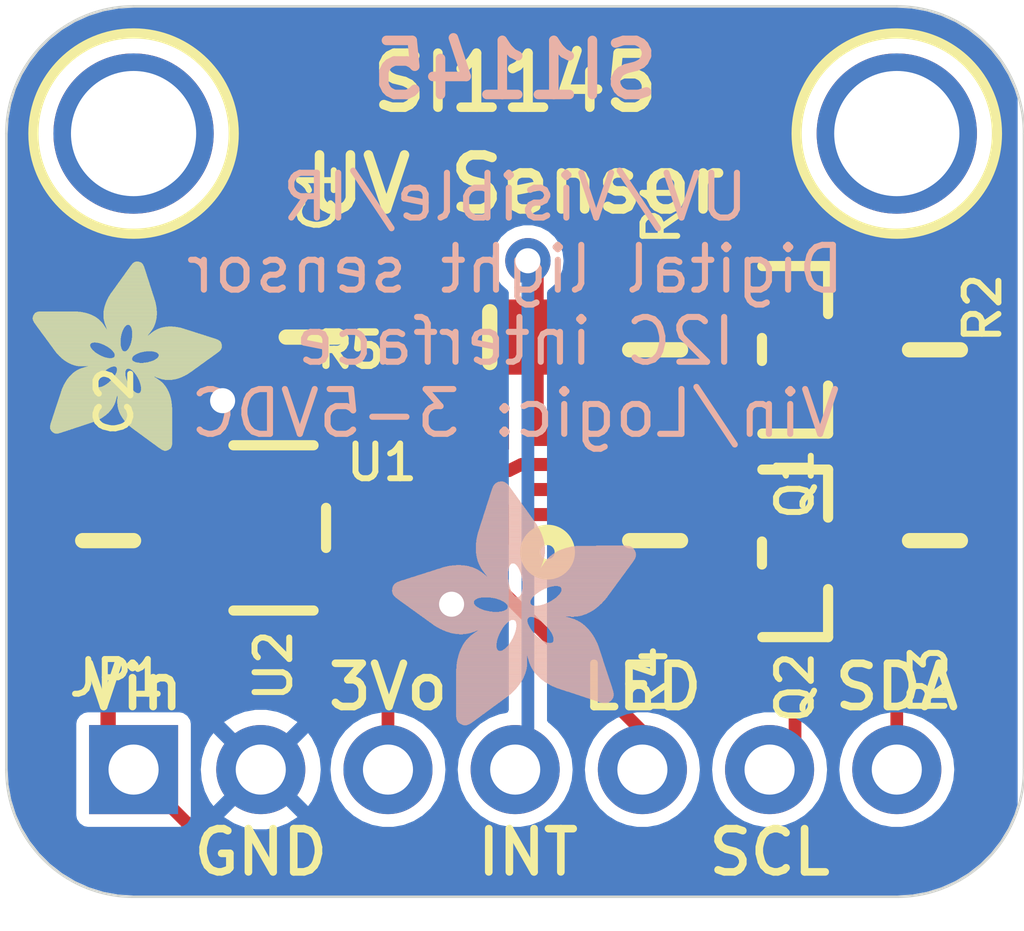
<source format=kicad_pcb>
(kicad_pcb (version 20221018) (generator pcbnew)
  (layers (0 "F.Cu" signal) (31 "B.Cu" signal) (34 "B.Paste" user) (35 "F.Paste" user) (36 "B.SilkS" user "B.Silkscreen") (37 "F.SilkS" user "F.Silkscreen") (38 "B.Mask" user) (39 "F.Mask" user) (44 "Edge.Cuts" user))
  (net 0 "")
  (net 1 "GND")
  (net 2 "SDA_3.3V")
  (net 3 "SCL_3.3V")
  (net 4 "SDA")
  (net 5 "SCL")
  (net 6 "+3V3")
  (net 7 "VIN")
  (net 8 "LED")
  (net 9 "INT")
  (footprint "working:0805-NO" (layer "F.Cu") (at 151.2951 106.7816 -90)
    (fp_text reference "R4" (at 2.032 0.127 90) (layer "F.SilkS") (effects (font (size 0.692831 0.692831) (thickness 0.119969)) (justify right)))
    (fp_text value "10K")
    (pad "1" smd rect (at -0.95 0 270) (size 1.3 1.5) (layers "F.Cu" "F.Paste" "F.Mask") (net 6 "+3V3"))
    (pad "2" smd rect (at 0.95 0 270) (size 1.3 1.5) (layers "F.Cu" "F.Paste" "F.Mask") (net 2 "SDA_3.3V"))
  )
  (footprint "working:MOUNTINGHOLE_2.5_PLATED" (layer "F.Cu") (at 156.1211 98.6536)
    (fp_text reference "U$6" hide)
    (fp_text value "MOUNTINGHOLE2.5" hide)
    (pad "P$1" thru_hole circle (at 0 0) (size 3.2 3.2) (drill 2.5) (layers "*.Cu" "*.Mask"))
    (zone (net 0) (net_name "") (layer "B.Cu") (connect_pads (clearance 0)) (min_thickness 0.25)
      (keepout (tracks not_allowed) (vias not_allowed) (pads not_allowed) (copperpour not_allowed) (footprints allowed))
      (fill (thermal_gap 0.5) (thermal_bridge_width 0.5))
      (polygon (pts (xy 158.1371 98.6536) (xy 158.11748 98.373027) (xy 158.059004 98.097915) (xy 157.962808 97.833619) (xy 157.830765 97.585283) (xy 157.665446 97.35774) (xy 157.470067 97.15542) (xy 157.248433 96.98226) (xy 157.004856 96.841631) (xy 156.744078 96.73627) (xy 156.471175 96.668228) (xy 156.191457 96.638828) (xy 155.910371 96.648644) (xy 155.633385 96.697484) (xy 155.365893 96.784397) (xy 155.1131 96.907693) (xy 154.879926 97.06497) (xy 154.670911 97.253169) (xy 154.490122 97.468625) (xy 154.341078 97.707145) (xy 154.22668 97.964087) (xy 154.149154 98.23445) (xy 154.110011 98.512971) (xy 154.110011 98.794229) (xy 154.149154 99.07275) (xy 154.22668 99.343113) (xy 154.341078 99.600055) (xy 154.490122 99.838575) (xy 154.670911 100.054031) (xy 154.879926 100.24223) (xy 155.1131 100.399507) (xy 155.365893 100.522803) (xy 155.633385 100.609716) (xy 155.910371 100.658556) (xy 156.191457 100.668372) (xy 156.471175 100.638972) (xy 156.744078 100.57093) (xy 157.004856 100.465569) (xy 157.248433 100.32494) (xy 157.470067 100.15178) (xy 157.665446 99.94946) (xy 157.830765 99.721917) (xy 157.962808 99.473581) (xy 158.059004 99.209285) (xy 158.11748 98.934173)))
      (polygon (pts (xy 156.1051 98.6536) (xy 156.109786 98.664914) (xy 156.1211 98.6696) (xy 156.132414 98.664914) (xy 156.1371 98.6536) (xy 156.132414 98.642286) (xy 156.1211 98.6376) (xy 156.109786 98.642286)))
    )
  )
  (footprint "working:1X07_ROUND_70" (layer "F.Cu") (at 148.5011 111.3536)
    (fp_text reference "JP1" (at -8.9662 -1.8288) (layer "F.SilkS") (effects (font (size 0.692831 0.692831) (thickness 0.119969)) (justify left)))
    (fp_text value "")
    (pad "1" thru_hole rect (at -7.62 0 90) (size 1.778 1.778) (drill 1) (layers "*.Cu" "*.Mask") (net 7 "VIN"))
    (pad "2" thru_hole circle (at -5.08 0 90) (size 1.778 1.778) (drill 1) (layers "*.Cu" "*.Mask") (net 1 "GND"))
    (pad "3" thru_hole circle (at -2.54 0 90) (size 1.778 1.778) (drill 1) (layers "*.Cu" "*.Mask") (net 6 "+3V3"))
    (pad "4" thru_hole circle (at 0 0 90) (size 1.778 1.778) (drill 1) (layers "*.Cu" "*.Mask") (net 9 "INT"))
    (pad "5" thru_hole circle (at 2.54 0 90) (size 1.778 1.778) (drill 1) (layers "*.Cu" "*.Mask") (net 8 "LED"))
    (pad "6" thru_hole circle (at 5.08 0 90) (size 1.778 1.778) (drill 1) (layers "*.Cu" "*.Mask") (net 5 "SCL"))
    (pad "7" thru_hole circle (at 7.62 0 90) (size 1.778 1.778) (drill 1) (layers "*.Cu" "*.Mask") (net 4 "SDA"))
  )
  (footprint "working:SOT23-5" (layer "F.Cu") (at 143.6751 106.5276 -90)
    (fp_text reference "U2" (at 1.978 0 90) (layer "F.SilkS") (effects (font (size 0.692831 0.692831) (thickness 0.119969)) (justify right)))
    (fp_text value "MIC5225-3.3")
    (pad "1" smd rect (at -0.95 1.3001 270) (size 0.55 1.2) (layers "F.Cu" "F.Paste" "F.Mask") (net 7 "VIN"))
    (pad "2" smd rect (at 0 1.3001 270) (size 0.55 1.2) (layers "F.Cu" "F.Paste" "F.Mask") (net 1 "GND"))
    (pad "3" smd rect (at 0.95 1.3001 270) (size 0.55 1.2) (layers "F.Cu" "F.Paste" "F.Mask") (net 7 "VIN"))
    (pad "4" smd rect (at 0.95 -1.3001 270) (size 0.55 1.2) (layers "F.Cu" "F.Paste" "F.Mask"))
    (pad "5" smd rect (at -0.95 -1.3001 270) (size 0.55 1.2) (layers "F.Cu" "F.Paste" "F.Mask") (net 6 "+3V3"))
  )
  (footprint "working:FIDUCIAL_1MM" (layer "F.Cu") (at 152.8191 97.6376)
    (fp_text reference "FID1" hide)
    (fp_text value "FIDUCIAL\"\"" hide)
    (pad "1" smd roundrect (at 0 0) (size 1 1) (layers "F.Cu" "F.Mask") (roundrect_rratio 0.5))
  )
  (footprint "working:0805-NO" (layer "F.Cu") (at 147.9931 102.7176 180)
    (fp_text reference "R5" (at 2.032 0.127 180) (layer "F.SilkS") (effects (font (size 0.666496 0.666496) (thickness 0.146304)) (justify right top)))
    (fp_text value "10K")
    (pad "1" smd rect (at -0.95 0 180) (size 1.3 1.5) (layers "F.Cu" "F.Paste" "F.Mask") (net 9 "INT"))
    (pad "2" smd rect (at 0.95 0 180) (size 1.3 1.5) (layers "F.Cu" "F.Paste" "F.Mask") (net 6 "+3V3"))
  )
  (footprint "working:0805-NO" (layer "F.Cu") (at 151.2951 102.9716 90)
    (fp_text reference "R1" (at 2.032 0.127 90) (layer "F.SilkS") (effects (font (size 0.692831 0.692831) (thickness 0.119969)) (justify left)))
    (fp_text value "10K")
    (pad "1" smd rect (at -0.95 0 90) (size 1.3 1.5) (layers "F.Cu" "F.Paste" "F.Mask") (net 3 "SCL_3.3V"))
    (pad "2" smd rect (at 0.95 0 90) (size 1.3 1.5) (layers "F.Cu" "F.Paste" "F.Mask") (net 6 "+3V3"))
  )
  (footprint "working:SI114X" (layer "F.Cu") (at 148.2471 105.5116 180)
    (fp_text reference "U1" (at 1.635 0.29) (layer "F.SilkS") (effects (font (size 0.692831 0.692831) (thickness 0.119969)) (justify right)))
    (fp_text value "SI1145")
    (pad "1" smd rect (at -0.95 -0.75 270) (size 0.26 0.8) (layers "F.Cu" "F.Paste") (net 2 "SDA_3.3V"))
    (pad "2" smd rect (at -0.95 -0.25 270) (size 0.26 0.8) (layers "F.Cu" "F.Paste") (net 3 "SCL_3.3V"))
    (pad "3" smd rect (at -0.95 0.25 270) (size 0.26 0.8) (layers "F.Cu" "F.Paste") (net 6 "+3V3"))
    (pad "4" smd rect (at -0.95 0.75 270) (size 0.26 0.8) (layers "F.Cu" "F.Paste") (net 9 "INT"))
    (pad "5" smd rect (at 0 0.95) (size 0.26 0.8) (layers "F.Cu" "F.Paste"))
    (pad "6" smd rect (at 0.95 0.75 90) (size 0.26 0.8) (layers "F.Cu" "F.Paste") (net 6 "+3V3"))
    (pad "7" smd rect (at 0.95 0.25 90) (size 0.26 0.8) (layers "F.Cu" "F.Paste") (net 6 "+3V3"))
    (pad "8" smd rect (at 0.95 -0.25 90) (size 0.26 0.8) (layers "F.Cu" "F.Paste") (net 1 "GND"))
    (pad "9" smd rect (at 0.95 -0.75 90) (size 0.26 0.8) (layers "F.Cu" "F.Paste") (net 8 "LED"))
    (pad "10" smd rect (at 0 -0.95) (size 0.26 0.8) (layers "F.Cu" "F.Paste"))
  )
  (footprint "working:ADAFRUIT_3.5MM" (layer "F.Cu") (at 138.8491 105.0036)
    (fp_text reference "U$3" hide)
    (fp_text value "" hide)
  )
  (footprint "working:SOT23-WIDE" (layer "F.Cu") (at 154.0891 107.0356 -90)
    (fp_text reference "Q2" (at 1.905 0 90) (layer "F.SilkS") (effects (font (size 0.692831 0.692831) (thickness 0.119969)) (justify right)))
    (fp_text value "BSS138")
    (pad "1" smd rect (at -0.95 1 270) (size 1 1.2) (layers "F.Cu" "F.Paste" "F.Mask") (net 6 "+3V3"))
    (pad "2" smd rect (at 0.95 1 270) (size 1 1.2) (layers "F.Cu" "F.Paste" "F.Mask") (net 2 "SDA_3.3V"))
    (pad "3" smd rect (at 0 -1 270) (size 1 1.2) (layers "F.Cu" "F.Paste" "F.Mask") (net 4 "SDA"))
  )
  (footprint "working:0805-NO" (layer "F.Cu") (at 144.4371 102.7176 90)
    (fp_text reference "C1" (at 2.032 0.127 90) (layer "F.SilkS") (effects (font (size 0.692831 0.692831) (thickness 0.119969)) (justify left)))
    (fp_text value "10uF")
    (pad "1" smd rect (at -0.95 0 90) (size 1.3 1.5) (layers "F.Cu" "F.Paste" "F.Mask") (net 6 "+3V3"))
    (pad "2" smd rect (at 0.95 0 90) (size 1.3 1.5) (layers "F.Cu" "F.Paste" "F.Mask") (net 1 "GND"))
  )
  (footprint "working:0805-NO" (layer "F.Cu") (at 140.3731 106.7816 90)
    (fp_text reference "C2" (at 2.032 0.127 90) (layer "F.SilkS") (effects (font (size 0.692831 0.692831) (thickness 0.119969)) (justify left)))
    (fp_text value "10uF")
    (pad "1" smd rect (at -0.95 0 90) (size 1.3 1.5) (layers "F.Cu" "F.Paste" "F.Mask") (net 7 "VIN"))
    (pad "2" smd rect (at 0.95 0 90) (size 1.3 1.5) (layers "F.Cu" "F.Paste" "F.Mask") (net 1 "GND"))
  )
  (footprint "working:MOUNTINGHOLE_2.5_PLATED" (layer "F.Cu") (at 140.8811 98.6536)
    (fp_text reference "U$5" hide)
    (fp_text value "MOUNTINGHOLE2.5" hide)
    (pad "P$1" thru_hole circle (at 0 0) (size 3.2 3.2) (drill 2.5) (layers "*.Cu" "*.Mask"))
    (zone (net 0) (net_name "") (layer "B.Cu") (connect_pads (clearance 0)) (min_thickness 0.25)
      (keepout (tracks not_allowed) (vias not_allowed) (pads not_allowed) (copperpour not_allowed) (footprints allowed))
      (fill (thermal_gap 0.5) (thermal_bridge_width 0.5))
      (polygon (pts (xy 142.8971 98.6536) (xy 142.87748 98.373027) (xy 142.819004 98.097915) (xy 142.722808 97.833619) (xy 142.590765 97.585283) (xy 142.425446 97.35774) (xy 142.230067 97.15542) (xy 142.008433 96.98226) (xy 141.764856 96.841631) (xy 141.504078 96.73627) (xy 141.231175 96.668228) (xy 140.951457 96.638828) (xy 140.670371 96.648644) (xy 140.393385 96.697484) (xy 140.125893 96.784397) (xy 139.8731 96.907693) (xy 139.639926 97.06497) (xy 139.430911 97.253169) (xy 139.250122 97.468625) (xy 139.101078 97.707145) (xy 138.98668 97.964087) (xy 138.909154 98.23445) (xy 138.870011 98.512971) (xy 138.870011 98.794229) (xy 138.909154 99.07275) (xy 138.98668 99.343113) (xy 139.101078 99.600055) (xy 139.250122 99.838575) (xy 139.430911 100.054031) (xy 139.639926 100.24223) (xy 139.8731 100.399507) (xy 140.125893 100.522803) (xy 140.393385 100.609716) (xy 140.670371 100.658556) (xy 140.951457 100.668372) (xy 141.231175 100.638972) (xy 141.504078 100.57093) (xy 141.764856 100.465569) (xy 142.008433 100.32494) (xy 142.230067 100.15178) (xy 142.425446 99.94946) (xy 142.590765 99.721917) (xy 142.722808 99.473581) (xy 142.819004 99.209285) (xy 142.87748 98.934173)))
      (polygon (pts (xy 140.8651 98.6536) (xy 140.869786 98.664914) (xy 140.8811 98.6696) (xy 140.892414 98.664914) (xy 140.8971 98.6536) (xy 140.892414 98.642286) (xy 140.8811 98.6376) (xy 140.869786 98.642286)))
    )
  )
  (footprint "working:SOT23-WIDE" (layer "F.Cu") (at 154.0891 102.9716 -90)
    (fp_text reference "Q1" (at 1.905 0 90) (layer "F.SilkS") (effects (font (size 0.692831 0.692831) (thickness 0.119969)) (justify right)))
    (fp_text value "BSS138")
    (pad "1" smd rect (at -0.95 1 270) (size 1 1.2) (layers "F.Cu" "F.Paste" "F.Mask") (net 6 "+3V3"))
    (pad "2" smd rect (at 0.95 1 270) (size 1 1.2) (layers "F.Cu" "F.Paste" "F.Mask") (net 3 "SCL_3.3V"))
    (pad "3" smd rect (at 0 -1 270) (size 1 1.2) (layers "F.Cu" "F.Paste" "F.Mask") (net 5 "SCL"))
  )
  (footprint "working:0805-NO" (layer "F.Cu") (at 156.8831 102.9716 -90)
    (fp_text reference "R2" (at -1.5875 -0.9525 90) (layer "F.SilkS") (effects (font (size 0.692831 0.692831) (thickness 0.119969)) (justify right)))
    (fp_text value "10K")
    (pad "1" smd rect (at -0.95 0 270) (size 1.3 1.5) (layers "F.Cu" "F.Paste" "F.Mask") (net 5 "SCL"))
    (pad "2" smd rect (at 0.95 0 270) (size 1.3 1.5) (layers "F.Cu" "F.Paste" "F.Mask") (net 7 "VIN"))
  )
  (footprint "working:FIDUCIAL_1MM" (layer "F.Cu") (at 143.4211 109.3216)
    (fp_text reference "FID2" hide)
    (fp_text value "FIDUCIAL\"\"" hide)
    (pad "1" smd roundrect (at 0 0) (size 1 1) (layers "F.Cu" "F.Mask") (roundrect_rratio 0.5))
  )
  (footprint "working:0805-NO" (layer "F.Cu") (at 156.8831 106.7816 -90)
    (fp_text reference "R3" (at 2.032 0.127 90) (layer "F.SilkS") (effects (font (size 0.692831 0.692831) (thickness 0.119969)) (justify right)))
    (fp_text value "10K")
    (pad "1" smd rect (at -0.95 0 270) (size 1.3 1.5) (layers "F.Cu" "F.Paste" "F.Mask") (net 7 "VIN"))
    (pad "2" smd rect (at 0.95 0 270) (size 1.3 1.5) (layers "F.Cu" "F.Paste" "F.Mask") (net 4 "SDA"))
  )
  (footprint "working:ADAFRUIT_5MM" (layer "B.Cu") (at 150.9141 110.4646 180)
    (fp_text reference "U$8" hide)
    (fp_text value "" hide)
  )
  (gr_line (start 158.6611 98.6536) (end 158.6611 111.3536) (stroke (width 0.05)) (layer "Edge.Cuts"))
  (gr_arc (start 156.1211 96.1136) (mid 157.917151 96.857549) (end 158.6611 98.6536) (stroke (width 0.05)) (layer "Edge.Cuts"))
  (gr_line (start 138.3411 111.3536) (end 138.3411 98.6536) (stroke (width 0.05)) (layer "Edge.Cuts"))
  (gr_arc (start 158.6611 111.3536) (mid 157.917151 113.149651) (end 156.1211 113.8936) (stroke (width 0.05)) (layer "Edge.Cuts"))
  (gr_line (start 140.8811 96.1136) (end 156.1211 96.1136) (stroke (width 0.05)) (layer "Edge.Cuts"))
  (gr_arc (start 138.3411 98.6536) (mid 139.085049 96.857549) (end 140.8811 96.1136) (stroke (width 0.05)) (layer "Edge.Cuts"))
  (gr_arc (start 140.8811 113.8936) (mid 139.085049 113.149651) (end 138.3411 111.3536) (stroke (width 0.05)) (layer "Edge.Cuts"))
  (gr_line (start 156.1211 113.8936) (end 140.8811 113.8936) (stroke (width 0.05)) (layer "Edge.Cuts"))
  (gr_text "SI1145" (at 148.5011 97.3836) (layer "B.SilkS") (effects (font (size 1.0795 1.0795) (thickness 0.1905)) (justify mirror)))
  (gr_text "UV/Visible/IR\nDigital light sensor\nI2C interface\nVin/Logic: 3-5VDC" (at 148.5011 102.0826) (layer "B.SilkS") (effects (font (size 0.89408 0.89408) (thickness 0.12192)) (justify mirror)))
  (gr_text "Vin" (at 140.8811 109.7026) (layer "F.SilkS") (effects (font (size 0.8636 0.8636) (thickness 0.1524))))
  (gr_text "UV Sensor" (at 148.5011 99.6696) (layer "F.SilkS") (effects (font (size 1.0795 1.0795) (thickness 0.1905))))
  (gr_text "LED" (at 151.0411 109.7026) (layer "F.SilkS") (effects (font (size 0.8636 0.8636) (thickness 0.1524))))
  (gr_text "3Vo" (at 145.9611 109.7026) (layer "F.SilkS") (effects (font (size 0.8636 0.8636) (thickness 0.1524))))
  (gr_text "SDA" (at 156.1211 109.7026) (layer "F.SilkS") (effects (font (size 0.8636 0.8636) (thickness 0.1524))))
  (gr_text "SCL" (at 153.5811 113.0046) (layer "F.SilkS") (effects (font (size 0.8636 0.8636) (thickness 0.1524))))
  (gr_text "SI1145" (at 148.5011 97.6376) (layer "F.SilkS") (effects (font (size 1.0795 1.0795) (thickness 0.1905))))
  (gr_text "GND" (at 143.4211 113.0046) (layer "F.SilkS") (effects (font (size 0.8636 0.8636) (thickness 0.1524))))
  (gr_text "INT" (at 148.7551 113.0046) (layer "F.SilkS") (effects (font (size 0.8636 0.8636) (thickness 0.1524))))
  (segment (start 146.7271 105.7616) (end 146.4691 106.0196) (width 0.254) (layer "F.Cu") (net 1))
  (segment (start 146.4691 106.0196) (end 146.4691 107.2896) (width 0.254) (layer "F.Cu") (net 1))
  (segment (start 142.375 106.5276) (end 141.0691 106.5276) (width 0.3048) (layer "F.Cu") (net 1))
  (segment (start 140.3731 105.8316) (end 140.3731 105.0036) (width 0.3048) (layer "F.Cu") (net 1))
  (segment (start 147.2971 105.7616) (end 146.7271 105.7616) (width 0.254) (layer "F.Cu") (net 1))
  (segment (start 142.6591 102.2096) (end 142.6591 103.9876) (width 0.3048) (layer "F.Cu") (net 1))
  (segment (start 141.0691 106.5276) (end 140.3731 105.8316) (width 0.3048) (layer "F.Cu") (net 1))
  (segment (start 140.3731 105.0036) (end 141.3891 103.9876) (width 0.3048) (layer "F.Cu") (net 1))
  (segment (start 143.1011 101.7676) (end 142.6591 102.2096) (width 0.3048) (layer "F.Cu") (net 1))
  (segment (start 141.3891 103.9876) (end 142.6591 103.9876) (width 0.3048) (layer "F.Cu") (net 1))
  (segment (start 144.4371 101.7676) (end 143.1011 101.7676) (width 0.3048) (layer "F.Cu") (net 1))
  (segment (start 146.4691 107.2896) (end 147.2311 108.0516) (width 0.254) (layer "F.Cu") (net 1))
  (via (at 147.2311 108.0516) (size 0.9064) (drill 0.5) (layers "F.Cu" "B.Cu") (net 1))
  (via (at 142.6591 103.9876) (size 0.9064) (drill 0.5) (layers "F.Cu" "B.Cu") (net 1))
  (segment (start 147.2311 108.0516) (end 145.7071 106.5276) (width 0.254) (layer "B.Cu") (net 1))
  (segment (start 142.6591 103.9876) (end 142.9131 103.7336) (width 0.3048) (layer "B.Cu") (net 1))
  (segment (start 151.2951 107.7316) (end 151.2951 107.9856) (width 0.254) (layer "F.Cu") (net 2))
  (segment (start 149.1971 106.2616) (end 150.6671 107.7316) (width 0.254) (layer "F.Cu") (net 2))
  (segment (start 151.2951 107.9856) (end 153.0891 107.9856) (width 0.254) (layer "F.Cu") (net 2))
  (segment (start 150.6671 107.7316) (end 151.2951 107.7316) (width 0.254) (layer "F.Cu") (net 2))
  (segment (start 150.0251 104.7496) (end 150.8531 103.9216) (width 0.254) (layer "F.Cu") (net 3))
  (segment (start 150.0251 105.7616) (end 150.0251 104.7496) (width 0.254) (layer "F.Cu") (net 3))
  (segment (start 153.0891 103.9216) (end 151.2951 103.9216) (width 0.254) (layer "F.Cu") (net 3))
  (segment (start 149.1971 105.7616) (end 150.0251 105.7616) (width 0.254) (layer "F.Cu") (net 3))
  (segment (start 150.8531 103.9216) (end 151.2951 103.9216) (width 0.254) (layer "F.Cu") (net 3))
  (segment (start 156.1211 108.4936) (end 156.1211 111.3536) (width 0.254) (layer "F.Cu") (net 4))
  (segment (start 156.8831 107.7316) (end 156.1211 108.4936) (width 0.254) (layer "F.Cu") (net 4))
  (segment (start 155.0891 107.0356) (end 155.7851 107.7316) (width 0.254) (layer "F.Cu") (net 4))
  (segment (start 155.7851 107.7316) (end 156.8831 107.7316) (width 0.254) (layer "F.Cu") (net 4))
  (segment (start 155.0891 105.4006) (end 155.0891 102.9716) (width 0.254) (layer "F.Cu") (net 5))
  (segment (start 154.0891 110.8456) (end 153.5811 111.3536) (width 0.254) (layer "F.Cu") (net 5))
  (segment (start 154.0891 110.8456) (end 154.0891 106.4006) (width 0.254) (layer "F.Cu") (net 5))
  (segment (start 155.0891 102.9716) (end 156.0391 102.0216) (width 0.254) (layer "F.Cu") (net 5))
  (segment (start 156.0391 102.0216) (end 156.8831 102.0216) (width 0.254) (layer "F.Cu") (net 5))
  (segment (start 154.0891 106.4006) (end 155.0891 105.4006) (width 0.254) (layer "F.Cu") (net 5))
  (segment (start 147.8701 105.2616) (end 147.2971 105.2616) (width 0.254) (layer "F.Cu") (net 6))
  (segment (start 151.2951 102.0216) (end 153.0891 102.0216) (width 0.254) (layer "F.Cu") (net 6))
  (segment (start 144.9752 105.5776) (end 145.9611 106.5635) (width 0.254) (layer "F.Cu") (net 6))
  (segment (start 146.228056 105.2616) (end 145.2912 105.2616) (width 0.3048) (layer "F.Cu") (net 6))
  (segment (start 149.4511 100.1776) (end 147.4851 100.1776) (width 0.254) (layer "F.Cu") (net 6))
  (segment (start 144.4371 103.6676) (end 144.4371 105.0395) (width 0.3048) (layer "F.Cu") (net 6))
  (segment (start 144.4371 105.0395) (end 144.9752 105.5776) (width 0.3048) (layer "F.Cu") (net 6))
  (segment (start 145.9611 106.5635) (end 145.9611 111.3536) (width 0.254) (layer "F.Cu") (net 6))
  (segment (start 147.2971 105.2616) (end 146.228056 105.2616) (width 0.254) (layer "F.Cu") (net 6))
  (segment (start 149.1971 105.2616) (end 148.6241 105.2616) (width 0.254) (layer "F.Cu") (net 6))
  (segment (start 147.0431 102.7176) (end 147.2971 102.4636) (width 0.254) (layer "F.Cu") (net 6))
  (segment (start 148.6241 105.2616) (end 148.3741 105.3846) (width 0.254) (layer "F.Cu") (net 6))
  (segment (start 154.0891 105.0856) (end 154.0891 102.2096) (width 0.254) (layer "F.Cu") (net 6))
  (segment (start 153.0891 106.0856) (end 152.5811 105.8316) (width 0.254) (layer "F.Cu") (net 6))
  (segment (start 153.9011 102.0216) (end 153.0891 102.0216) (width 0.254) (layer "F.Cu") (net 6))
  (segment (start 147.2971 102.4636) (end 147.2971 104.7616) (width 0.254) (layer "F.Cu") (net 6))
  (segment (start 148.3741 105.3846) (end 148.1201 105.3846) (width 0.254) (layer "F.Cu") (net 6))
  (segment (start 147.4851 100.1776) (end 147.0431 100.6196) (width 0.254) (layer "F.Cu") (net 6))
  (segment (start 154.0891 102.2096) (end 153.9011 102.0216) (width 0.254) (layer "F.Cu") (net 6))
  (segment (start 146.228056 104.7616) (end 147.2971 104.7616) (width 0.254) (layer "F.Cu") (net 6))
  (segment (start 147.0431 100.6196) (end 147.0431 102.7176) (width 0.254) (layer "F.Cu") (net 6))
  (segment (start 151.2951 102.0216) (end 149.4511 100.1776) (width 0.254) (layer "F.Cu") (net 6))
  (segment (start 153.0891 106.0856) (end 154.0891 105.0856) (width 0.254) (layer "F.Cu") (net 6))
  (segment (start 148.1201 105.3846) (end 147.8701 105.2616) (width 0.254) (layer "F.Cu") (net 6))
  (segment (start 152.5811 105.8316) (end 151.2951 105.8316) (width 0.254) (layer "F.Cu") (net 6))
  (segment (start 145.2912 105.2616) (end 144.9752 105.5776) (width 0.3048) (layer "F.Cu") (net 6))
  (segment (start 146.228056 105.2616) (end 146.228056 104.7616) (width 0.254) (layer "F.Cu") (net 6))
  (segment (start 156.8831 105.8316) (end 158.0261 105.8316) (width 0.254) (layer "F.Cu") (net 7))
  (segment (start 142.2781 112.7506) (end 140.8811 111.3536) (width 0.254) (layer "F.Cu") (net 7))
  (segment (start 142.375 107.4776) (end 142.121 107.7316) (width 0.3048) (layer "F.Cu") (net 7))
  (segment (start 143.6751 105.5776) (end 143.6751 107.4776) (width 0.3048) (layer "F.Cu") (net 7))
  (segment (start 158.0261 111.3536) (end 156.6291 112.7506) (width 0.254) (layer "F.Cu") (net 7))
  (segment (start 142.121 107.7316) (end 140.3731 107.7316) (width 0.3048) (layer "F.Cu") (net 7))
  (segment (start 142.375 105.5776) (end 143.6751 105.5776) (width 0.3048) (layer "F.Cu") (net 7))
  (segment (start 143.6751 107.4776) (end 142.375 107.4776) (width 0.3048) (layer "F.Cu") (net 7))
  (segment (start 156.6291 112.7506) (end 142.2781 112.7506) (width 0.254) (layer "F.Cu") (net 7))
  (segment (start 158.0261 105.8316) (end 158.0261 111.3536) (width 0.254) (layer "F.Cu") (net 7))
  (segment (start 156.8831 105.8316) (end 156.8831 103.9216) (width 0.254) (layer "F.Cu") (net 7))
  (segment (start 140.8811 111.3536) (end 140.3731 110.8456) (width 0.3048) (layer "F.Cu") (net 7))
  (segment (start 140.3731 110.8456) (end 140.3731 107.7316) (width 0.3048) (layer "F.Cu") (net 7))
  (segment (start 151.0411 110.5916) (end 151.0411 111.3536) (width 0.254) (layer "F.Cu") (net 8))
  (segment (start 147.2971 106.8476) (end 151.0411 110.5916) (width 0.254) (layer "F.Cu") (net 8))
  (segment (start 147.2971 106.2616) (end 147.2971 106.8476) (width 0.254) (layer "F.Cu") (net 8))
  (segment (start 148.9431 101.3816) (end 148.9431 102.7176) (width 0.254) (layer "F.Cu") (net 9))
  (segment (start 149.1971 104.7616) (end 148.9431 104.5076) (width 0.254) (layer "F.Cu") (net 9))
  (segment (start 148.7551 101.1936) (end 148.9431 101.3816) (width 0.254) (layer "F.Cu") (net 9))
  (segment (start 148.9431 104.5076) (end 148.9431 102.7176) (width 0.254) (layer "F.Cu") (net 9))
  (via (at 148.7551 101.1936) (size 0.9064) (drill 0.5) (layers "F.Cu" "B.Cu") (net 9))
  (segment (start 148.5011 111.3536) (end 148.7551 111.0996) (width 0.254) (layer "B.Cu") (net 9))
  (segment (start 148.7551 111.0996) (end 148.7551 101.1936) (width 0.254) (layer "B.Cu") (net 9))
  (zone (net 1) (net_name "GND") (layer "B.Cu") (priority 6) (connect_pads (clearance 0.254)) (min_thickness 0.127) (fill yes (thermal_gap 0.304) (thermal_bridge_width 0.304))
    (polygon (pts (xy 158.5341 114.0206) (xy 138.2141 114.0206) (xy 138.2141 95.9866) (xy 158.5341 95.9866)))
  )
)
</source>
